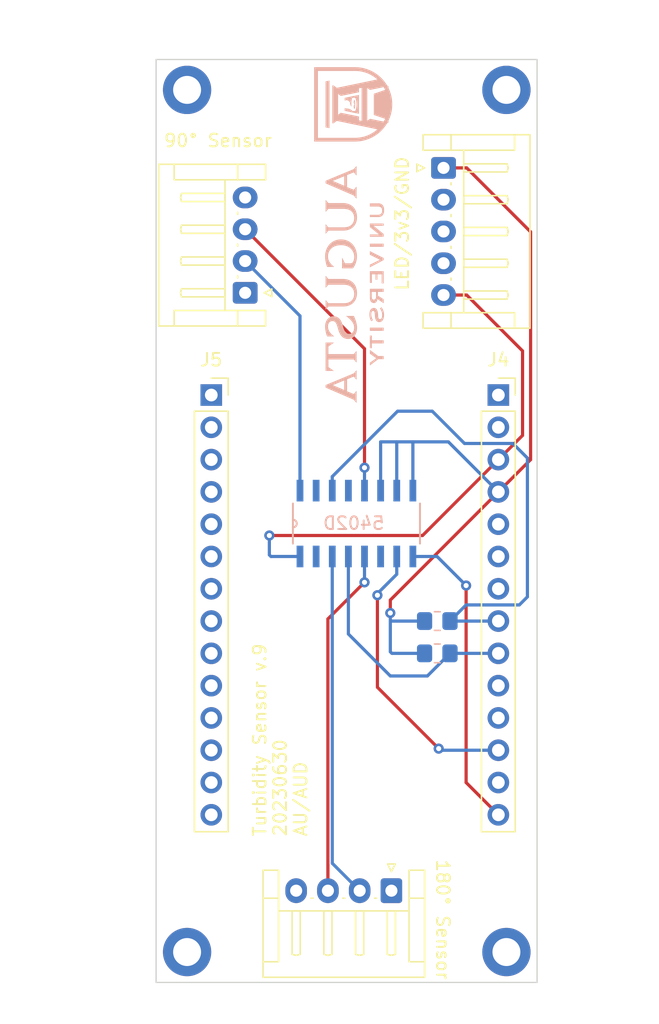
<source format=kicad_pcb>
(kicad_pcb (version 20221018) (generator pcbnew)
  (title_block (title "Turbidity Sensor PCB") (date "2023-06-30") (rev "9") (company "AU/AUD"))
  (layers (0 "F.Cu" signal) (31 "B.Cu" signal) (34 "B.Paste" user) (35 "F.Paste" user) (36 "B.SilkS" user "B.Silkscreen") (37 "F.SilkS" user "F.Silkscreen") (38 "B.Mask" user) (39 "F.Mask" user) (44 "Edge.Cuts" user))
  (net 0 "")
  (net 1 "/GND")
  (net 5 "/3.3V")
  (net 7 "Net-(J2-Pin_2)")
  (net 8 "Net-(J2-Pin_3)")
  (net 11 "Net-(J3-Pin_2)")
  (net 12 "Net-(J3-Pin_3)")
  (net 19 "/SCL")
  (net 20 "/SDA")
  (net 23 "/D8")
  (net 25 "/D6")
  (footprint "MountingHole:MountingHole_2.2mm_M2_DIN965_Pad" (layer "F.Cu") (at 135.001 127.889)
    (fp_text reference "REF**" hide)
    (fp_text value "MountingHole_2.2mm_M2_DIN965_Pad" hide)
  )
  (footprint "Connector_PinSocket_2.54mm:PinSocket_1x14_P2.54mm_Vertical" (layer "F.Cu") (at 159.512 84.074)
    (fp_text reference "J4")
    (fp_text value "Conn_01x14_Pin" hide)
  )
  (footprint "MountingHole:MountingHole_2.2mm_M2_DIN965_Pad" (layer "F.Cu") (at 160.147 60.071)
    (fp_text reference "REF**" hide)
    (fp_text value "MountingHole_2.2mm_M2_DIN965_Pad" hide)
  )
  (footprint "Connector_JST:JST_EH_S4B-EH_1x04_P2.50mm_Horizontal" (layer "F.Cu") (at 139.573 76.033 90)
    (fp_text reference "J3" hide)
    (fp_text value "JST 90" hide)
  )
  (footprint "Connector_JST:JST_EH_S5B-EH_1x05_P2.50mm_Horizontal" (layer "F.Cu") (at 155.194 66.207 -90)
    (fp_text reference "J1" hide)
    (fp_text value "JST LED" hide)
  )
  (footprint "MountingHole:MountingHole_2.2mm_M2_DIN965_Pad" (layer "F.Cu") (at 135.001 60.071)
    (fp_text reference "REF**" hide)
    (fp_text value "MountingHole_2.2mm_M2_DIN965_Pad" hide)
  )
  (footprint "Connector_JST:JST_EH_S4B-EH_1x04_P2.50mm_Horizontal" (layer "F.Cu") (at 151.09 123.063 180)
    (fp_text reference "J2" hide)
    (fp_text value "JST 180" hide)
  )
  (footprint "Connector_PinSocket_2.54mm:PinSocket_1x14_P2.54mm_Vertical" (layer "F.Cu") (at 136.906 84.074)
    (fp_text reference "J5")
    (fp_text value "Conn_01x14_Pin" hide)
  )
  (footprint "MountingHole:MountingHole_2.2mm_M2_DIN965_Pad" (layer "F.Cu") (at 160.147 127.889)
    (fp_text reference "REF**" hide)
    (fp_text value "MountingHole_2.2mm_M2_DIN965_Pad" hide)
  )
  (footprint "Resistor_SMD:R_0805_2012Metric_Pad1.20x1.40mm_HandSolder" (layer "B.Cu") (at 154.702 104.394 180)
    (fp_text reference "R1" hide)
    (fp_text value "5.1 kΩ" hide)
  )
  (footprint "Project:74HC4052D" (layer "B.Cu") (at 148.336 94.1832 -90)
    (fp_text reference "U1" hide)
    (fp_text value "74HC4052D" hide)
  )
  (footprint "Resistor_SMD:R_0805_2012Metric_Pad1.20x1.40mm_HandSolder" (layer "B.Cu") (at 154.702 101.854 180)
    (fp_text reference "R2" hide)
    (fp_text value "5.1 kΩ" hide)
  )
  (gr_poly (pts (xy 146.212719 63.082488) (xy 146.212719 59.335988) (xy 145.905537 59.399488) (xy 145.905537 63.018988)) (fill solid) (layer "B.SilkS"))
  (gr_poly (pts (xy 148.123275 68.380769) (xy 148.336 68.625244) (xy 148.346319 68.625244) (xy 148.346319 67.683856) (xy 148.336 67.683856) (xy 148.123275 67.927537) (xy 147.597018 67.711637) (xy 147.597018 66.775013) (xy 148.123275 66.559112) (xy 148.336 66.802) (xy 148.346319 66.802) (xy 148.346319 66.060637) (xy 148.336 66.060637) (xy 148.123275 66.298763) (xy 147.373975 66.609696) (xy 147.373975 66.863913) (xy 147.373975 67.610038) (xy 146.484975 67.229832) (xy 147.373975 66.863913) (xy 147.373975 66.609696) (xy 145.906331 67.218718) (xy 145.906331 67.424299)) (fill solid) (layer "B.SilkS"))
  (gr_poly (pts (xy 148.123275 84.446268) (xy 148.336 84.689949) (xy 148.346319 84.689949) (xy 148.346319 83.748561) (xy 148.336 83.748561) (xy 148.123275 83.992244) (xy 147.597018 83.776342) (xy 147.597018 82.838925) (xy 148.123275 82.623025) (xy 148.336 82.866706) (xy 148.346319 82.866706) (xy 148.346319 82.127725) (xy 148.336 82.127725) (xy 148.123275 82.365851) (xy 147.373975 82.676516) (xy 147.373975 82.929413) (xy 147.373975 83.675538) (xy 146.484975 83.295331) (xy 147.373975 82.929413) (xy 147.373975 82.676516) (xy 145.906331 83.285011) (xy 145.906331 83.490592)) (fill solid) (layer "B.SilkS"))
  (gr_poly (pts (xy 150.479125 79.023371) (xy 150.479125 78.771752) (xy 149.393275 78.771752) (xy 149.393275 79.023371)) (fill solid) (layer "B.SilkS"))
  (gr_poly (pts (xy 149.54885 80.390205) (xy 149.54885 80.014761) (xy 150.479125 80.014761) (xy 150.479125 79.765524) (xy 149.54885 79.765524) (xy 149.54885 79.395638) (xy 149.3901 79.395638) (xy 149.3901 80.390205)) (fill solid) (layer "B.SilkS"))
  (gr_poly (pts (xy 148.119181 61.339774) (xy 148.120894 61.366091) (xy 148.122867 61.391276) (xy 148.12511 61.415228) (xy 148.127633 61.437845) (xy 148.130443 61.459025) (xy 148.133552 61.478669) (xy 148.136967 61.496674) (xy 148.140699 61.51294) (xy 148.144756 61.527365) (xy 148.146909 61.533856) (xy 148.149148 61.539849) (xy 148.151472 61.545331) (xy 148.153884 61.550289) (xy 148.156384 61.554712) (xy 148.158974 61.558586) (xy 148.161654 61.561899) (xy 148.164426 61.564637) (xy 148.167291 61.56679) (xy 148.17025 61.568342) (xy 148.173305 61.569283) (xy 148.176456 61.5696) (xy 148.179637 61.569138) (xy 148.182776 61.567768) (xy 148.188916 61.562383) (xy 148.194844 61.553615) (xy 148.200529 61.541633) (xy 148.20594 61.526603) (xy 148.211045 61.508697) (xy 148.215812 61.488081) (xy 148.220212 61.464924) (xy 148.224211 61.439396) (xy 148.227779 61.411664) (xy 148.233494 61.350264) (xy 148.237108 61.282075) (xy 148.238369 61.208444) (xy 148.237978 61.171032) (xy 148.236848 61.134813) (xy 148.235036 61.099953) (xy 148.232601 61.066623) (xy 148.229605 61.03499) (xy 148.226104 61.005224) (xy 148.22216 60.977492) (xy 148.21783 60.951963) (xy 148.213175 60.928807) (xy 148.208254 60.908191) (xy 148.203126 60.890284) (xy 148.19785 60.875255) (xy 148.195176 60.868872) (xy 148.192486 60.863272) (xy 148.189789 60.858476) (xy 148.187093 60.854504) (xy 148.184404 60.851378) (xy 148.18173 60.84912) (xy 148.179078 60.847749) (xy 148.176456 60.847287) (xy 148.173866 60.847604) (xy 148.171306 60.848545) (xy 148.166282 60.85225) (xy 148.1614 60.858301) (xy 148.156674 60.866598) (xy 148.152121 60.877039) (xy 148.147756 60.889522) (xy 148.143592 60.903947) (xy 148.139646 60.920213) (xy 148.135932 60.938219) (xy 148.132466 60.957862) (xy 148.126338 61.00166) (xy 148.121382 61.050796) (xy 148.117719 61.104463) (xy 148.124897 61.108427) (xy 148.131724 61.112841) (xy 148.138183 61.117681) (xy 148.144261 61.122923) (xy 148.149942 61.128543) (xy 148.155212 61.134517) (xy 148.160055 61.140821) (xy 148.164457 61.147431) (xy 148.168403 61.154323) (xy 148.171879 61.161472) (xy 148.174868 61.168856) (xy 148.177358 61.17645) (xy 148.179331 61.184229) (xy 148.180775 61.192171) (xy 148.181674 61.200251) (xy 148.182012 61.208444) (xy 148.181914 61.212553) (xy 148.181674 61.216637) (xy 148.181293 61.220693) (xy 148.180775 61.224717) (xy 148.18012 61.228706) (xy 148.179331 61.232658) (xy 148.17841 61.23657) (xy 148.177358 61.240438) (xy 148.176176 61.244259) (xy 148.174868 61.248032) (xy 148.173435 61.251751) (xy 148.171879 61.255415) (xy 148.170201 61.259021) (xy 148.168403 61.262565) (xy 148.166488 61.266045) (xy 148.164457 61.269457) (xy 148.162312 61.272798) (xy 148.160055 61.276066) (xy 148.157688 61.279258) (xy 148.155212 61.28237) (xy 148.152629 61.2854) (xy 148.149942 61.288344) (xy 148.147152 61.2912) (xy 148.144261 61.293964) (xy 148.141271 61.296634) (xy 148.138183 61.299206) (xy 148.135 61.301678) (xy 148.131724 61.304046) (xy 148.128355 61.306308) (xy 148.124897 61.308461) (xy 148.121351 61.3105) (xy 148.117719 61.312425)) (fill solid) (layer "B.SilkS"))
  (gr_poly (pts (xy 149.356706 77.792646) (xy 149.358726 77.828782) (xy 149.362097 77.864753) (xy 149.366811 77.900522) (xy 149.372857 77.936053) (xy 149.380225 77.971308) (xy 149.388905 78.006251) (xy 149.398888 78.040844) (xy 149.410163 78.07505) (xy 149.422721 78.108833) (xy 149.436551 78.142156) (xy 149.451644 78.174981) (xy 149.46799 78.207271) (xy 149.485578 78.23899) (xy 149.504399 78.2701) (xy 149.634575 78.178817) (xy 149.619617 78.152471) (xy 149.605559 78.125698) (xy 149.592406 78.098524) (xy 149.580165 78.07097) (xy 149.568843 78.043061) (xy 149.558446 78.014819) (xy 149.54898 77.986267) (xy 149.540453 77.95743) (xy 149.53287 77.928331) (xy 149.526238 77.898992) (xy 149.520564 77.869437) (xy 149.515853 77.839689) (xy 149.512113 77.809772) (xy 149.50935 77.779708) (xy 149.507571 77.749522) (xy 149.506781 77.719236) (xy 149.507017 77.697197) (xy 149.507812 77.674709) (xy 149.509298 77.65203) (xy 149.511606 77.629419) (xy 149.514867 77.607133) (xy 149.519213 77.585431) (xy 149.524775 77.56457) (xy 149.531685 77.54481) (xy 149.540074 77.526408) (xy 149.544864 77.517796) (xy 149.550073 77.509621) (xy 149.555717 77.501915) (xy 149.561814 77.49471) (xy 149.568379 77.488037) (xy 149.575428 77.48193) (xy 149.582978 77.476421) (xy 149.591047 77.471541) (xy 149.599649 77.467324) (xy 149.608801 77.463801) (xy 149.61852 77.461005) (xy 149.628823 77.458968) (xy 149.639725 77.457722) (xy 149.651243 77.457299) (xy 149.662708 77.45791) (xy 149.673453 77.459711) (xy 149.683505 77.462654) (xy 149.692891 77.466693) (xy 149.701634 77.471779) (xy 149.709761 77.477867) (xy 149.717297 77.484909) (xy 149.724269 77.492857) (xy 149.7307 77.501664) (xy 149.736618 77.511284) (xy 149.742048 77.521668) (xy 149.747014 77.532769) (xy 149.751544 77.544541) (xy 149.755662 77.556936) (xy 149.759394 77.569907) (xy 149.762765 77.583407) (xy 149.768529 77.611803) (xy 149.773159 77.641746) (xy 149.776858 77.672859) (xy 149.779831 77.704764) (xy 149.788562 77.832743) (xy 149.791888 77.87442) (xy 149.796379 77.917242) (xy 149.802288 77.96068) (xy 149.809869 78.004205) (xy 149.819376 78.047288) (xy 149.831062 78.089401) (xy 149.84518 78.130014) (xy 149.861984 78.168598) (xy 149.881727 78.204623) (xy 149.89278 78.221512) (xy 149.904663 78.237562) (xy 149.917408 78.252709) (xy 149.931046 78.266885) (xy 149.945609 78.280025) (xy 149.961128 78.292063) (xy 149.977636 78.302932) (xy 149.995164 78.312566) (xy 150.013743 78.3209) (xy 150.033406 78.327867) (xy 150.054184 78.3334) (xy 150.076108 78.337435) (xy 150.099211 78.339904) (xy 150.123525 78.340742) (xy 150.15061 78.339844) (xy 150.176517 78.337195) (xy 150.201265 78.332863) (xy 150.224876 78.326915) (xy 150.247372 78.319419) (xy 150.268771 78.310442) (xy 150.289097 78.300052) (xy 150.308369 78.288317) (xy 150.326609 78.275304) (xy 150.343837 78.261081) (xy 150.360074 78.245715) (xy 150.375342 78.229274) (xy 150.389661 78.211826) (xy 150.403052 78.193437) (xy 150.415536 78.174177) (xy 150.427134 78.154111) (xy 150.437867 78.133309) (xy 150.447756 78.111837) (xy 150.456822 78.089763) (xy 150.465085 78.067154) (xy 150.472567 78.044079) (xy 150.479289 78.020604) (xy 150.490535 77.972727) (xy 150.49899 77.924065) (xy 150.504822 77.875157) (xy 150.508199 77.826545) (xy 150.509287 77.778768) (xy 150.509207 77.737246) (xy 150.507385 77.695893) (xy 150.50384 77.654762) (xy 150.498586 77.613904) (xy 150.491642 77.57337) (xy 150.483024 77.533212) (xy 150.472749 77.493481) (xy 150.460834 77.454228) (xy 150.447294 77.415506) (xy 150.432148 77.377365) (xy 150.415412 77.339857) (xy 150.397103 77.303034) (xy 150.377237 77.266946) (xy 150.355831 77.231645) (xy 150.332903 77.197183) (xy 150.308469 77.163611) (xy 150.180675 77.26918) (xy 150.201832 77.296214) (xy 150.221736 77.324043) (xy 150.240373 77.352624) (xy 150.257725 77.381912) (xy 150.273778 77.411863) (xy 150.288515 77.442433) (xy 150.301921 77.473578) (xy 150.31398 77.505252) (xy 150.324676 77.537412) (xy 150.333994 77.570014) (xy 150.341916 77.603013) (xy 150.348429 77.636365) (xy 150.353516 77.670026) (xy 150.357161 77.703951) (xy 150.359348 77.738096) (xy 150.360063 77.772417) (xy 150.359619 77.806698) (xy 150.358227 77.839796) (xy 150.355793 77.871568) (xy 150.352224 77.901872) (xy 150.347428 77.930568) (xy 150.34131 77.957512) (xy 150.333779 77.982564) (xy 150.32474 78.005581) (xy 150.314102 78.026421) (xy 150.308154 78.03598) (xy 150.301771 78.044942) (xy 150.294942 78.053289) (xy 150.287654 78.061004) (xy 150.279897 78.068067) (xy 150.271658 78.074463) (xy 150.262927 78.080172) (xy 150.253691 78.085178) (xy 150.243938 78.089462) (xy 150.233658 78.093007) (xy 150.222838 78.095795) (xy 150.211467 78.097809) (xy 150.199533 78.09903) (xy 150.187025 78.099441) (xy 150.174619 78.09894) (xy 150.162982 78.097458) (xy 150.152089 78.09503) (xy 150.141913 78.091688) (xy 150.132428 78.087467) (xy 150.123608 78.0824) (xy 150.115428 78.07652) (xy 150.107861 78.069861) (xy 150.100881 78.062458) (xy 150.094462 78.054342) (xy 150.088578 78.045548) (xy 150.083203 78.03611) (xy 150.078312 78.026061) (xy 150.073877 78.015434) (xy 150.069874 78.004263) (xy 150.066276 77.992583) (xy 150.063056 77.980425) (xy 150.06019 77.967824) (xy 150.057651 77.954814) (xy 150.055413 77.941428) (xy 150.051735 77.913661) (xy 150.04895 77.884794) (xy 150.046847 77.855094) (xy 150.045221 77.82483) (xy 150.042562 77.763685) (xy 150.039971 77.720543) (xy 150.035933 77.67576) (xy 150.030249 77.629947) (xy 150.022718 77.583715) (xy 150.013142 77.537673) (xy 150.001318 77.492432) (xy 149.987049 77.448603) (xy 149.970133 77.406796) (xy 149.95037 77.367621) (xy 149.939359 77.349211) (xy 149.927561 77.331689) (xy 149.914952 77.31513) (xy 149.901506 77.29961) (xy 149.887199 77.285206) (xy 149.872005 77.271995) (xy 149.8559 77.260052) (xy 149.838858 77.249454) (xy 149.820854 77.240277) (xy 149.801864 77.232597) (xy 149.781862 77.226492) (xy 149.760824 77.222036) (xy 149.738724 77.219307) (xy 149.715537 77.21838) (xy 149.690624 77.219152) (xy 149.666772 77.221432) (xy 149.643964 77.225166) (xy 149.622182 77.230298) (xy 149.601407 77.236775) (xy 149.581623 77.244541) (xy 149.562812 77.253542) (xy 149.544955 77.263723) (xy 149.528036 77.275029) (xy 149.512036 77.287407) (xy 149.496938 77.3008) (xy 149.482724 77.315156) (xy 149.469376 77.330418) (xy 149.456876 77.346532) (xy 149.445207 77.363444) (xy 149.434351 77.381099) (xy 149.424291 77.399442) (xy 149.415008 77.418419) (xy 149.406485 77.437975) (xy 149.398704 77.458056) (xy 149.391647 77.478606) (xy 149.385297 77.499571) (xy 149.379636 77.520897) (xy 149.374647 77.542528) (xy 149.366609 77.58649) (xy 149.361044 77.631019) (xy 149.357809 77.675678) (xy 149.356762 77.72003) (xy 149.356048 77.756384)) (fill solid) (layer "B.SilkS"))
  (gr_poly (pts (xy 150.038593 69.24675) (xy 150.072036 69.247856) (xy 150.1044 69.251201) (xy 150.135536 69.256833) (xy 150.150597 69.26052) (xy 150.165296 69.264796) (xy 150.179613 69.269666) (xy 150.19353 69.275135) (xy 150.207028 69.28121) (xy 150.220089 69.287897) (xy 150.232695 69.2952) (xy 150.244826 69.303125) (xy 150.256464 69.311679) (xy 150.26759 69.320867) (xy 150.278187 69.330694) (xy 150.288234 69.341166) (xy 150.297714 69.352289) (xy 150.306608 69.364068) (xy 150.314898 69.37651) (xy 150.322564 69.38962) (xy 150.329588 69.403403) (xy 150.335952 69.417865) (xy 150.341637 69.433012) (xy 150.346624 69.44885) (xy 150.350896 69.465383) (xy 150.354432 69.482619) (xy 150.357215 69.500562) (xy 150.359225 69.519219) (xy 150.360445 69.538594) (xy 150.360856 69.558693) (xy 150.360452 69.581164) (xy 150.35925 69.602743) (xy 150.357267 69.623444) (xy 150.35452 69.643277) (xy 150.351025 69.662255) (xy 150.346797 69.680388) (xy 150.341854 69.697689) (xy 150.336213 69.714169) (xy 150.329889 69.72984) (xy 150.322898 69.744713) (xy 150.315258 69.7588) (xy 150.306985 69.772113) (xy 150.298095 69.784662) (xy 150.288605 69.796461) (xy 150.27853 69.807521) (xy 150.267888 69.817852) (xy 150.256695 69.827468) (xy 150.244967 69.836378) (xy 150.232721 69.844596) (xy 150.219973 69.852132) (xy 150.20674 69.858999) (xy 150.193038 69.865207) (xy 150.178883 69.870769) (xy 150.164292 69.875697) (xy 150.149281 69.880001) (xy 150.133867 69.883693) (xy 150.101894 69.88929) (xy 150.068505 69.892579) (xy 150.033831 69.893655) (xy 149.393275 69.893655) (xy 149.393275 70.074631) (xy 150.055262 70.074631) (xy 150.07805 70.075619) (xy 150.100733 70.075344) (xy 150.123263 70.073826) (xy 150.145593 70.071083) (xy 150.167676 70.067132) (xy 150.189464 70.061992) (xy 150.21091 70.055681) (xy 150.231967 70.048218) (xy 150.252586 70.039621) (xy 150.272721 70.029907) (xy 150.292324 70.019097) (xy 150.311347 70.007206) (xy 150.329744 69.994255) (xy 150.347466 69.980261) (xy 150.364467 69.965243) (xy 150.380699 69.949219) (xy 150.398219 69.927389) (xy 150.41459 69.904829) (xy 150.429799 69.881586) (xy 150.443828 69.857705) (xy 150.456665 69.833232) (xy 150.468294 69.808213) (xy 150.478699 69.782693) (xy 150.487867 69.756718) (xy 150.495781 69.730335) (xy 150.502428 69.703589) (xy 150.507792 69.676526) (xy 150.511857 69.649192) (xy 150.514611 69.621631) (xy 150.516036 69.593892) (xy 150.516119 69.566018) (xy 150.514844 69.538056) (xy 150.516298 69.509973) (xy 150.516455 69.481958) (xy 150.515326 69.454055) (xy 150.512924 69.426304) (xy 150.509262 69.398749) (xy 150.504353 69.371431) (xy 150.498209 69.344392) (xy 150.490843 69.317674) (xy 150.482267 69.291319) (xy 150.472495 69.26537) (xy 150.461538 69.239869) (xy 150.449409 69.214857) (xy 150.436121 69.190376) (xy 150.421687 69.166469) (xy 150.40612 69.143178) (xy 150.389431 69.120544) (xy 150.373094 69.103743) (xy 150.355892 69.088052) (xy 150.337882 69.073492) (xy 150.319119 69.060083) (xy 150.299662 69.047848) (xy 150.279567 69.036806) (xy 150.258891 69.02698) (xy 150.237691 69.01839) (xy 150.216024 69.011058) (xy 150.193946 69.005004) (xy 150.171516 69.00025) (xy 150.148789 68.996817) (xy 150.125823 68.994727) (xy 150.102674 68.993999) (xy 150.079399 68.994656) (xy 150.056056 68.996719) (xy 149.393275 68.996719) (xy 149.393275 69.24675)) (fill solid) (layer "B.SilkS"))
  (gr_poly (pts (xy 150.479125 72.416987) (xy 150.479125 72.165369) (xy 149.393275 72.165369) (xy 149.393275 72.416987)) (fill solid) (layer "B.SilkS"))
  (gr_poly (pts (xy 145.87023 73.218805) (xy 145.872594 73.272035) (xy 145.876114 73.325163) (xy 145.880784 73.378172) (xy 145.886603 73.431041) (xy 145.893567 73.483753) (xy 145.901672 73.536289) (xy 145.910914 73.58863) (xy 145.921291 73.640759) (xy 145.932798 73.692656) (xy 145.945433 73.744302) (xy 145.959192 73.795681) (xy 145.97407 73.846772) (xy 145.990066 73.897557) (xy 146.007175 73.948018) (xy 146.025394 73.998136) (xy 146.025394 73.998137) (xy 146.581019 73.998137) (xy 146.581019 73.987818) (xy 146.509524 73.931369) (xy 146.445128 73.875708) (xy 146.387487 73.820803) (xy 146.336258 73.766622) (xy 146.291099 73.713134) (xy 146.251667 73.660307) (xy 146.217617 73.608111) (xy 146.188608 73.556514) (xy 146.164297 73.505484) (xy 146.14434 73.45499) (xy 146.128394 73.405) (xy 146.116117 73.355484) (xy 146.107165 73.30641) (xy 146.101195 73.257746) (xy 146.097865 73.209461) (xy 146.096831 73.161524) (xy 146.098049 73.112997) (xy 146.101671 73.065517) (xy 146.107651 73.019115) (xy 146.115942 72.973825) (xy 146.126497 72.929678) (xy 146.13927 72.886707) (xy 146.154214 72.844945) (xy 146.171282 72.804423) (xy 146.190429 72.765175) (xy 146.211606 72.727232) (xy 146.234768 72.690627) (xy 146.259868 72.655392) (xy 146.286859 72.62156) (xy 146.315694 72.589164) (xy 146.346327 72.558235) (xy 146.378712 72.528806) (xy 146.412801 72.50091) (xy 146.448547 72.474578) (xy 146.485906 72.449844) (xy 146.524828 72.426739) (xy 146.565269 72.405297) (xy 146.607181 72.385549) (xy 146.650517 72.367528) (xy 146.695232 72.351266) (xy 146.741278 72.336797) (xy 146.788608 72.324151) (xy 146.837177 72.313362) (xy 146.886936 72.304462) (xy 146.937841 72.297483) (xy 146.989843 72.292458) (xy 147.042897 72.289419) (xy 147.096956 72.288399) (xy 147.1422 72.288399) (xy 147.198194 72.289553) (xy 147.25304 72.292982) (xy 147.306697 72.298635) (xy 147.359123 72.306461) (xy 147.410277 72.31641) (xy 147.460118 72.328431) (xy 147.508604 72.342473) (xy 147.555694 72.358485) (xy 147.601347 72.376416) (xy 147.645522 72.396217) (xy 147.688177 72.417836) (xy 147.729271 72.441222) (xy 147.768763 72.466325) (xy 147.806611 72.493094) (xy 147.842775 72.521479) (xy 147.877212 72.551428) (xy 147.909883 72.582891) (xy 147.940744 72.615817) (xy 147.969756 72.650155) (xy 147.996876 72.685855) (xy 148.022064 72.722866) (xy 148.045279 72.761138) (xy 148.066478 72.800619) (xy 148.085621 72.841258) (xy 148.102667 72.883006) (xy 148.117574 72.925811) (xy 148.1303 72.969623) (xy 148.140806 73.01439) (xy 148.149048 73.060063) (xy 148.154987 73.10659) (xy 148.15858 73.153921) (xy 148.159787 73.202005) (xy 148.159924 73.224705) (xy 148.159449 73.247371) (xy 148.158365 73.269991) (xy 148.156674 73.292554) (xy 148.154379 73.315048) (xy 148.151483 73.337459) (xy 148.147986 73.359777) (xy 148.143893 73.381989) (xy 148.139205 73.404083) (xy 148.133925 73.426047) (xy 148.128054 73.447869) (xy 148.121596 73.469538) (xy 148.114553 73.49104) (xy 148.106928 73.512364) (xy 148.098721 73.533498) (xy 148.089937 73.55443) (xy 148.080496 73.575703) (xy 148.075595 73.585673) (xy 148.070555 73.595208) (xy 148.065363 73.604314) (xy 148.060005 73.612998) (xy 148.054468 73.621268) (xy 148.048737 73.62913) (xy 148.042799 73.63659) (xy 148.03664 73.643656) (xy 148.030247 73.650335) (xy 148.023606 73.656633) (xy 148.016704 73.662558) (xy 148.009526 73.668115) (xy 148.00206 73.673312) (xy 147.99429 73.678156) (xy 147.986205 73.682654) (xy 147.977789 73.686811) (xy 147.96903 73.690636) (xy 147.959914 73.694135) (xy 147.950427 73.697315) (xy 147.940555 73.700182) (xy 147.930285 73.702744) (xy 147.919603 73.705007) (xy 147.908496 73.706979) (xy 147.896949 73.708665) (xy 147.88495 73.710073) (xy 147.872484 73.71121) (xy 147.846097 73.712697) (xy 147.817681 73.71318) (xy 147.433506 73.71318) (xy 147.213637 73.270268) (xy 147.203319 73.270268) (xy 147.203319 74.110055) (xy 148.060569 74.110055) (xy 148.097193 74.058684) (xy 148.131688 74.006062) (xy 148.164029 73.952257) (xy 148.194193 73.897337) (xy 148.222158 73.841369) (xy 148.247901 73.784419) (xy 148.271399 73.726557) (xy 148.292629 73.667848) (xy 148.311568 73.608361) (xy 148.328193 73.548163) (xy 148.342481 73.48732) (xy 148.354409 73.425902) (xy 148.363955 73.363974) (xy 148.371096 73.301605) (xy 148.375808 73.238862) (xy 148.378069 73.175813) (xy 148.376715 73.108481) (xy 148.372671 73.041836) (xy 148.365964 72.975972) (xy 148.356619 72.910983) (xy 148.344662 72.846967) (xy 148.33012 72.784017) (xy 148.313019 72.722229) (xy 148.293385 72.661697) (xy 148.271245 72.602519) (xy 148.246623 72.544787) (xy 148.219547 72.488598) (xy 148.190043 72.434048) (xy 148.158136 72.38123) (xy 148.123854 72.33024) (xy 148.087221 72.281174) (xy 148.048265 72.234126) (xy 148.007012 72.189192) (xy 147.963487 72.146468) (xy 147.917717 72.106047) (xy 147.869727 72.068026) (xy 147.819545 72.0325) (xy 147.767196 71.999563) (xy 147.712707 71.969311) (xy 147.656103 71.94184) (xy 147.597411 71.917244) (xy 147.536657 71.895618) (xy 147.473867 71.877059) (xy 147.409067 71.86166) (xy 147.342284 71.849518) (xy 147.273543 71.840727) (xy 147.202871 71.835382) (xy 147.130293 71.83358) (xy 147.099337 71.83358) (xy 147.029534 71.835402) (xy 146.961385 71.840803) (xy 146.894929 71.84968) (xy 146.830202 71.861933) (xy 146.76724 71.877461) (xy 146.70608 71.896163) (xy 146.64676 71.917937) (xy 146.589316 71.942683) (xy 146.533784 71.9703) (xy 146.480202 72.000687) (xy 146.428606 72.033742) (xy 146.379032 72.069365) (xy 146.331519 72.107455) (xy 146.286102 72.147911) (xy 146.242819 72.190631) (xy 146.201705 72.235515) (xy 146.162799 72.282461) (xy 146.126136 72.33137) (xy 146.091753 72.382138) (xy 146.059688 72.434667) (xy 146.029976 72.488854) (xy 146.002655 72.544599) (xy 145.977762 72.6018) (xy 145.955333 72.660357) (xy 145.935405 72.720168) (xy 145.918014 72.781133) (xy 145.903198 72.843151) (xy 145.890994 72.90612) (xy 145.881438 72.969939) (xy 145.874566 73.034509) (xy 145.870416 73.099726) (xy 145.869025 73.165491)) (fill solid) (layer "B.SilkS"))
  (gr_poly (pts (xy 150.10765 71.441467) (xy 149.393275 71.441467) (xy 149.393275 71.622443) (xy 150.479125 71.622443) (xy 150.479125 71.407338) (xy 149.685375 70.762018) (xy 150.479125 70.762018) (xy 150.479125 70.581043) (xy 149.393275 70.581043) (xy 149.393275 70.861237)) (fill solid) (layer "B.SilkS"))
  (gr_poly (pts (xy 145.870051 78.741956) (xy 145.872954 78.791443) (xy 145.876937 78.84082) (xy 145.881997 78.890068) (xy 145.88813 78.93917) (xy 145.895332 78.988109) (xy 145.903601 79.036868) (xy 145.912931 79.085428) (xy 145.92332 79.133774) (xy 145.934765 79.181886) (xy 145.947261 79.229748) (xy 145.960805 79.277342) (xy 145.975394 79.324651) (xy 145.991024 79.371658) (xy 146.007692 79.418344) (xy 146.025394 79.464694) (xy 146.581019 79.464694) (xy 146.581019 79.454373) (xy 146.525613 79.414422) (xy 146.473159 79.373184) (xy 146.423741 79.330714) (xy 146.377447 79.287065) (xy 146.334361 79.242291) (xy 146.294571 79.196445) (xy 146.258162 79.14958) (xy 146.22522 79.10175) (xy 146.195832 79.053008) (xy 146.170082 79.003409) (xy 146.148059 78.953004) (xy 146.138471 78.927517) (xy 146.129846 78.901849) (xy 146.122196 78.876007) (xy 146.115531 78.849996) (xy 146.109862 78.823825) (xy 146.1052 78.797499) (xy 146.101555 78.771026) (xy 146.098938 78.744412) (xy 146.09736 78.717663) (xy 146.096831 78.690787) (xy 146.097396 78.660704) (xy 146.09906 78.631906) (xy 146.101778 78.604371) (xy 146.105507 78.578079) (xy 146.1102 78.553006) (xy 146.115814 78.529133) (xy 146.122303 78.506436) (xy 146.129623 78.484895) (xy 146.137729 78.464487) (xy 146.146576 78.445192) (xy 146.15612 78.426986) (xy 146.166315 78.40985) (xy 146.177118 78.39376) (xy 146.188482 78.378696) (xy 146.200364 78.364636) (xy 146.212719 78.351557) (xy 146.225501 78.33944) (xy 146.238667 78.32826) (xy 146.252171 78.317998) (xy 146.265968 78.308632) (xy 146.294265 78.292498) (xy 146.323199 78.279686) (xy 146.352412 78.270023) (xy 146.381546 78.263336) (xy 146.410242 78.25945) (xy 146.438144 78.258193) (xy 146.455606 78.258193) (xy 146.477489 78.258834) (xy 146.498507 78.260745) (xy 146.518691 78.263905) (xy 146.538068 78.268297) (xy 146.556668 78.2739) (xy 146.574519 78.280697) (xy 146.591651 78.288668) (xy 146.608093 78.297794) (xy 146.623873 78.308056) (xy 146.63902 78.319435) (xy 146.653564 78.331911) (xy 146.667533 78.345467) (xy 146.680956 78.360082) (xy 146.693862 78.375739) (xy 146.706279 78.392417) (xy 146.718238 78.410097) (xy 146.729767 78.428761) (xy 146.740894 78.44839) (xy 146.751649 78.468965) (xy 146.76206 78.490466) (xy 146.781969 78.536171) (xy 146.80085 78.585354) (xy 146.818936 78.637863) (xy 146.836459 78.693545) (xy 146.853649 78.752247) (xy 146.870737 78.813818) (xy 146.8985 78.912976) (xy 146.928346 79.006486) (xy 146.960481 79.094246) (xy 146.995108 79.176152) (xy 147.032433 79.252099) (xy 147.07266 79.321986) (xy 147.115994 79.385707) (xy 147.162639 79.443161) (xy 147.187267 79.469505) (xy 147.2128 79.494243) (xy 147.239263 79.517362) (xy 147.266682 79.538849) (xy 147.295082 79.558692) (xy 147.32449 79.576877) (xy 147.354929 79.593392) (xy 147.386427 79.608223) (xy 147.419008 79.621358) (xy 147.452699 79.632784) (xy 147.487524 79.642487) (xy 147.52351 79.650455) (xy 147.560682 79.656674) (xy 147.599065 79.661133) (xy 147.638686 79.663818) (xy 147.679569 79.664716) (xy 147.701 79.664716) (xy 147.734875 79.663787) (xy 147.768453 79.661008) (xy 147.801683 79.656388) (xy 147.834513 79.649937) (xy 147.866892 79.641664) (xy 147.89877 79.63158) (xy 147.930095 79.619694) (xy 147.960817 79.606016) (xy 147.990884 79.590555) (xy 148.020245 79.573322) (xy 148.04885 79.554325) (xy 148.076647 79.533576) (xy 148.103585 79.511082) (xy 148.129614 79.486856) (xy 148.154682 79.460905) (xy 148.178738 79.43324) (xy 148.201732 79.40387) (xy 148.223612 79.372805) (xy 148.244327 79.340056) (xy 148.263826 79.305631) (xy 148.282058 79.26954) (xy 148.298973 79.231794) (xy 148.314519 79.192401) (xy 148.328645 79.151372) (xy 148.341301 79.108717) (xy 148.352434 79.064445) (xy 148.361994 79.018565) (xy 148.369931 78.971088) (xy 148.376193 78.922023) (xy 148.380729 78.87138) (xy 148.383488 78.81917) (xy 148.384419 78.7654) (xy 148.382937 78.710352) (xy 148.378628 78.653999) (xy 148.371699 78.596563) (xy 148.362355 78.538264) (xy 148.350801 78.479323) (xy 148.337245 78.419961) (xy 148.32189 78.360399) (xy 148.304944 78.300858) (xy 148.2671 78.182723) (xy 148.225359 78.067322) (xy 148.181366 77.956423) (xy 148.136769 77.851793) (xy 147.520819 77.851793) (xy 147.520819 77.862113) (xy 147.591652 77.915066) (xy 147.659088 77.968023) (xy 147.722963 78.021082) (xy 147.783116 78.074341) (xy 147.839385 78.127899) (xy 147.89161 78.181851) (xy 147.939628 78.236297) (xy 147.983277 78.291333) (xy 148.022397 78.347058) (xy 148.056825 78.403569) (xy 148.086399 78.460963) (xy 148.099316 78.490022) (xy 148.110959 78.519339) (xy 148.121308 78.548925) (xy 148.130343 78.578793) (xy 148.138043 78.608956) (xy 148.144388 78.639425) (xy 148.149359 78.670212) (xy 148.152934 78.701331) (xy 148.155094 78.732792) (xy 148.155819 78.764608) (xy 148.155323 78.794871) (xy 148.153853 78.824193) (xy 148.151433 78.852574) (xy 148.14809 78.88001) (xy 148.143849 78.906502) (xy 148.138735 78.932048) (xy 148.132774 78.956647) (xy 148.125991 78.980297) (xy 148.118411 79.002997) (xy 148.110061 79.024746) (xy 148.100964 79.045542) (xy 148.091148 79.065384) (xy 148.080637 79.084272) (xy 148.069457 79.102202) (xy 148.057632 79.119175) (xy 148.04519 79.135189) (xy 148.032154 79.150242) (xy 148.018551 79.164334) (xy 148.004405 79.177463) (xy 147.989743 79.189627) (xy 147.97459 79.200826) (xy 147.958971 79.211058) (xy 147.942912 79.220321) (xy 147.926437 79.228615) (xy 147.909573 79.235938) (xy 147.892345 79.242289) (xy 147.874779 79.247667) (xy 147.856899 79.25207) (xy 147.838731 79.255496) (xy 147.820301 79.257945) (xy 147.782756 79.259906) (xy 147.765293 79.259906) (xy 147.737702 79.259064) (xy 147.711163 79.25656) (xy 147.685646 79.252432) (xy 147.661121 79.246716) (xy 147.637558 79.23945) (xy 147.614924 79.230668) (xy 147.59319 79.220409) (xy 147.572325 79.208709) (xy 147.552299 79.195605) (xy 147.53308 79.181132) (xy 147.514638 79.165328) (xy 147.496942 79.148229) (xy 147.479962 79.129873) (xy 147.463667 79.110294) (xy 147.448027 79.089531) (xy 147.43301 79.06762) (xy 147.418586 79.044598) (xy 147.404724 79.0205) (xy 147.391394 78.995364) (xy 147.378565 78.969226) (xy 147.354287 78.914092) (xy 147.331645 78.855391) (xy 147.310394 78.793416) (xy 147.290288 78.728459) (xy 147.271082 78.660815) (xy 147.252531 78.590775) (xy 147.228342 78.505707) (xy 147.201598 78.42585) (xy 147.172272 78.351241) (xy 147.140339 78.281919) (xy 147.105774 78.217923) (xy 147.068552 78.15929) (xy 147.028645 78.106059) (xy 146.986029 78.058268) (xy 146.963698 78.036425) (xy 146.940679 78.015956) (xy 146.91697 77.996867) (xy 146.892568 77.979161) (xy 146.86747 77.962845) (xy 146.841672 77.947922) (xy 146.815171 77.934398) (xy 146.787964 77.922276) (xy 146.760048 77.911563) (xy 146.731419 77.902263) (xy 146.702075 77.894381) (xy 146.672011 77.88792) (xy 146.641226 77.882887) (xy 146.609716 77.879287) (xy 146.577477 77.877123) (xy 146.544506 77.8764) (xy 146.5199 77.8764) (xy 146.488001 77.877326) (xy 146.456335 77.880088) (xy 146.424952 77.884659) (xy 146.393904 77.891016) (xy 146.363243 77.899134) (xy 146.333018 77.908987) (xy 146.303282 77.92055) (xy 146.274085 77.933798) (xy 146.245479 77.948707) (xy 146.217515 77.965251) (xy 146.190244 77.983406) (xy 146.163717 78.003146) (xy 146.137985 78.024446) (xy 146.1131 78.047282) (xy 146.089112 78.071628) (xy 146.066073 78.09746) (xy 146.044034 78.124752) (xy 146.023046 78.153479) (xy 146.003161 78.183616) (xy 145.984429 78.215139) (xy 145.966901 78.248023) (xy 145.950629 78.282241) (xy 145.935664 78.317771) (xy 145.922057 78.354585) (xy 145.90986 78.39266) (xy 145.899122 78.43197) (xy 145.889896 78.472491) (xy 145.882233 78.514197) (xy 145.876184 78.557064) (xy 145.8718 78.601065) (xy 145.869132 78.646178) (xy 145.868231 78.692375)) (fill solid) (layer "B.SilkS"))
  (gr_poly (pts (xy 148.230431 64.134206) (xy 148.329954 64.132563) (xy 148.428917 64.127573) (xy 148.52725 64.11928) (xy 148.624883 64.107723) (xy 148.721746 64.092943) (xy 148.81777 64.074983) (xy 148.912885 64.053882) (xy 149.00702 64.029682) (xy 149.100107 64.002425) (xy 149.192075 63.97215) (xy 149.282854 63.9389) (xy 149.372376 63.902716) (xy 149.460569 63.863638) (xy 149.547364 63.821708) (xy 149.632692 63.776966) (xy 149.716482 63.729455) (xy 149.798665 63.679214) (xy 149.879171 63.626286) (xy 149.95793 63.57071) (xy 150.034872 63.512529) (xy 150.109927 63.451784) (xy 150.183027 63.388515) (xy 150.2541 63.322764) (xy 150.323078 63.254571) (xy 150.389889 63.183979) (xy 150.454466 63.111027) (xy 150.516737 63.035758) (xy 150.576632 62.958212) (xy 150.634083 62.87843) (xy 150.68902 62.796454) (xy 150.741371 62.712324) (xy 150.791069 62.626082) (xy 150.820438 62.572106) (xy 150.8995 62.410153) (xy 150.968021 62.244778) (xy 151.026 62.07647) (xy 151.073438 61.905718) (xy 151.110334 61.733011) (xy 151.136688 61.558838) (xy 151.1525 61.383687) (xy 151.157771 61.208047) (xy 151.1525 61.032407) (xy 151.136688 60.857256) (xy 151.110334 60.683083) (xy 151.073438 60.510376) (xy 151.026 60.339624) (xy 150.968021 60.171316) (xy 150.8995 60.005941) (xy 150.820438 59.843988) (xy 150.791069 59.790013) (xy 150.791028 59.789941) (xy 150.790989 59.789869) (xy 150.68893 59.619503) (xy 150.576534 59.457751) (xy 150.479919 59.33691) (xy 150.479919 59.854307) (xy 150.495633 59.880587) (xy 150.511024 59.907041) (xy 150.526093 59.933669) (xy 150.540839 59.960471) (xy 150.555263 59.987446) (xy 150.569365 60.014595) (xy 150.583143 60.041917) (xy 150.5966 60.069413) (xy 149.702044 60.372625) (xy 149.702044 62.04585) (xy 150.5966 62.347475) (xy 150.5966 62.348269) (xy 150.583131 62.375951) (xy 150.569315 62.403435) (xy 150.555151 62.43072) (xy 150.54064 62.457807) (xy 150.525782 62.484695) (xy 150.510577 62.511385) (xy 150.495024 62.537876) (xy 150.479125 62.564169) (xy 149.395656 62.342713) (xy 149.190868 62.4967) (xy 149.190868 59.921775) (xy 149.395656 60.075763) (xy 150.479919 59.854307) (xy 150.479919 59.33691) (xy 150.454359 59.304942) (xy 150.322965 59.161405) (xy 150.182909 59.02747) (xy 150.034751 58.903463) (xy 149.879048 58.789716) (xy 149.716361 58.686556) (xy 149.547246 58.594312) (xy 149.372264 58.513314) (xy 149.191973 58.44389) (xy 149.006931 58.386368) (xy 148.817697 58.341078) (xy 148.62483 58.308349) (xy 148.428888 58.288509) (xy 148.230431 58.281888) (xy 145.303081 58.281888) (xy 145.303081 58.582719) (xy 148.229637 58.582719) (xy 148.350107 58.585394) (xy 148.469879 58.593564) (xy 148.588778 58.607164) (xy 148.706631 58.626127) (xy 148.823263 58.650387) (xy 148.9385 58.679877) (xy 149.052168 58.714532) (xy 149.164094 58.754284) (xy 149.274104 58.799069) (xy 149.382022 58.848819) (xy 149.487676 58.903468) (xy 149.590891 58.96295) (xy 149.691494 59.027198) (xy 149.78931 59.096148) (xy 149.884166 59.169731) (xy 149.975887 59.247882) (xy 148.741606 59.503781) (xy 148.741606 59.909869) (xy 148.741606 62.507813) (xy 148.535231 62.465744) (xy 148.535231 62.161738) (xy 147.099337 61.869638) (xy 146.891375 62.024419) (xy 146.891375 60.393263) (xy 147.09775 60.548838) (xy 148.535231 60.255944) (xy 148.535231 59.951938) (xy 148.741606 59.909869) (xy 148.741606 59.503781) (xy 146.790569 59.908282) (xy 146.541331 59.720163) (xy 146.438937 59.720163) (xy 146.438937 62.698313) (xy 146.541331 62.698313) (xy 146.790569 62.510194) (xy 149.976712 63.172947) (xy 149.884993 63.251099) (xy 149.790138 63.324684) (xy 149.692323 63.393635) (xy 149.591721 63.457885) (xy 149.488506 63.517369) (xy 149.382852 63.57202) (xy 149.274933 63.621771) (xy 149.164923 63.666557) (xy 149.052995 63.706312) (xy 148.939325 63.740968) (xy 148.824085 63.77046) (xy 148.707449 63.794722) (xy 148.589592 63.813687) (xy 148.470687 63.827289) (xy 148.350909 63.835461) (xy 148.230431 63.838138) (xy 145.303081 63.838138) (xy 145.303081 58.582719) (xy 145.303081 58.281888) (xy 145.00225 58.281888) (xy 145.00225 64.134206)) (fill solid) (layer "B.SilkS"))
  (gr_poly (pts (xy 149.393651 76.376507) (xy 149.394797 76.416783) (xy 149.396739 76.454329) (xy 149.399501 76.489296) (xy 149.403109 76.521836) (xy 149.40759 76.552099) (xy 149.412969 76.580236) (xy 149.41927 76.606399) (xy 149.42652 76.630739) (xy 149.434745 76.653407) (xy 149.44397 76.674555) (xy 149.45422 76.694332) (xy 149.465521 76.712891) (xy 149.477899 76.730383) (xy 149.491379 76.746958) (xy 149.505987 76.762769) (xy 149.517041 76.772458) (xy 149.528506 76.781558) (xy 149.540357 76.79006) (xy 149.552571 76.797956) (xy 149.565123 76.805237) (xy 149.577991 76.811893) (xy 149.591149 76.817915) (xy 149.604574 76.823296) (xy 149.618242 76.828025) (xy 149.632129 76.832094) (xy 149.646211 76.835494) (xy 149.660464 76.838215) (xy 149.674865 76.84025) (xy 149.689389 76.841589) (xy 149.704013 76.842223) (xy 149.718712 76.842144) (xy 149.730792 76.841307) (xy 149.742763 76.839876) (xy 149.754604 76.837862) (xy 149.766297 76.835273) (xy 149.77782 76.832119) (xy 149.789156 76.828408) (xy 149.800282 76.824151) (xy 149.811181 76.819357) (xy 149.821832 76.814034) (xy 149.832215 76.808193) (xy 149.84231 76.801842) (xy 149.852098 76.79499) (xy 149.861559 76.787648) (xy 149.870673 76.779824) (xy 149.87942 76.771528) (xy 149.887781 76.762769) (xy 149.898402 76.750109) (xy 149.908469 76.737066) (xy 149.917976 76.723659) (xy 149.926914 76.709906) (xy 149.935276 76.695825) (xy 149.943054 76.681436) (xy 149.95024 76.666756) (xy 149.956826 76.651804) (xy 149.962805 76.6366) (xy 149.968168 76.621161) (xy 149.972909 76.605506) (xy 149.977019 76.589654) (xy 149.980491 76.573623) (xy 149.983317 76.557432) (xy 149.985489 76.541099) (xy 149.986999 76.524644) (xy 150.479125 76.855638) (xy 150.479125 76.538137) (xy 150.0251 76.251593) (xy 150.0251 75.963462) (xy 150.479125 75.963462) (xy 150.479125 75.711843) (xy 149.539325 75.713904) (xy 149.539325 75.965842) (xy 149.881431 75.965842) (xy 149.881431 76.33335) (xy 149.880745 76.35813) (xy 149.878692 76.382095) (xy 149.875283 76.405138) (xy 149.870529 76.427148) (xy 149.864441 76.44802) (xy 149.857028 76.467643) (xy 149.848301 76.485911) (xy 149.838271 76.502715) (xy 149.83277 76.510535) (xy 149.826948 76.517948) (xy 149.820805 76.52494) (xy 149.814342 76.5315) (xy 149.807562 76.537612) (xy 149.800465 76.543263) (xy 149.793052 76.548441) (xy 149.785325 76.553131) (xy 149.777286 76.55732) (xy 149.768935 76.560994) (xy 149.760274 76.56414) (xy 149.751304 76.566744) (xy 149.742027 76.568793) (xy 149.732443 76.570273) (xy 149.722555 76.571171) (xy 149.712362 76.571474) (xy 149.698737 76.571109) (xy 149.685828 76.570028) (xy 149.673616 76.568249) (xy 149.662083 76.565789) (xy 149.651211 76.562667) (xy 149.640981 76.558901) (xy 149.631373 76.554509) (xy 149.622371 76.549509) (xy 149.613954 76.54392) (xy 149.606105 76.53776) (xy 149.598805 76.531046) (xy 149.592035 76.523798) (xy 149.585776 76.516032) (xy 149.580011 76.507768) (xy 149.57472 76.499024) (xy 149.569884 76.489817) (xy 149.565486 76.480166) (xy 149.561506 76.470089) (xy 149.557927 76.459604) (xy 149.554729 76.448729) (xy 149.551893 76.437483) (xy 149.549402 76.425884) (xy 149.547236 76.41395) (xy 149.545377 76.401698) (xy 149.542506 76.376317) (xy 149.540639 76.349886) (xy 149.539629 76.32255) (xy 149.539325 76.294455) (xy 149.539325 75.965842) (xy 149.539325 75.713904) (xy 149.393275 75.714224) (xy 149.393275 76.33335)) (fill solid) (layer "B.SilkS"))
  (gr_poly (pts (xy 146.558 82.177728) (xy 146.558794 82.173762) (xy 146.130169 81.870548) (xy 146.130169 81.274442) (xy 148.123275 81.274442) (xy 148.336 81.514157) (xy 148.346319 81.514157) (xy 148.346319 80.614836) (xy 148.336 80.614836) (xy 148.123275 80.85296) (xy 146.129375 80.85296) (xy 146.129375 80.260028) (xy 146.558 79.953642) (xy 146.558 79.943324) (xy 145.906331 79.943324) (xy 145.906331 82.177728)) (fill solid) (layer "B.SilkS"))
  (gr_poly (pts (xy 150.479125 73.457594) (xy 150.479125 73.293286) (xy 149.393275 72.75195) (xy 149.393275 73.040081) (xy 150.183056 73.436957) (xy 149.393274 73.819545) (xy 149.393274 74.029094)) (fill solid) (layer "B.SilkS"))
  (gr_poly (pts (xy 149.552025 75.253056) (xy 149.552025 74.580749) (xy 149.836981 74.580749) (xy 149.836981 75.004612) (xy 149.990968 75.004612) (xy 149.990968 74.580749) (xy 150.320375 74.580749) (xy 150.320375 75.295125) (xy 150.479125 75.295125) (xy 150.479125 74.329131) (xy 149.393275 74.329131) (xy 149.393275 75.253056)) (fill solid) (layer "B.SilkS"))
  (gr_poly (pts (xy 145.91665 69.662676) (xy 146.129375 69.429312) (xy 147.311269 69.429312) (xy 147.362583 69.430145) (xy 147.412344 69.432629) (xy 147.460547 69.436738) (xy 147.507185 69.44245) (xy 147.552256 69.449739) (xy 147.595752 69.458582) (xy 147.637671 69.468954) (xy 147.678006 69.480832) (xy 147.716753 69.494191) (xy 147.753906 69.509007) (xy 147.789462 69.525257) (xy 147.823414 69.542915) (xy 147.855758 69.561958) (xy 147.88649 69.582362) (xy 147.915603 69.604102) (xy 147.943094 69.627155) (xy 147.968956 69.651496) (xy 147.993186 69.677101) (xy 148.015779 69.703946) (xy 148.036728 69.732008) (xy 148.05603 69.76126) (xy 148.07368 69.791681) (xy 148.089672 69.823245) (xy 148.104002 69.855929) (xy 148.116664 69.889708) (xy 148.127654 69.924557) (xy 148.136967 69.960454) (xy 148.144598 69.997374) (xy 148.150541 70.035293) (xy 148.154793 70.074186) (xy 148.157347 70.11403) (xy 148.1582 70.1548) (xy 148.157413 70.193415) (xy 148.15505 70.231395) (xy 148.151106 70.268702) (xy 148.145576 70.305298) (xy 148.138456 70.341143) (xy 148.129742 70.376199) (xy 148.119429 70.410426) (xy 148.107512 70.443787) (xy 148.093987 70.476242) (xy 148.078849 70.507752) (xy 148.062095 70.538279) (xy 148.043719 70.567784) (xy 148.023717 70.596228) (xy 148.002084 70.623572) (xy 147.978816 70.649778) (xy 147.953909 70.674806) (xy 147.927357 70.698617) (xy 147.899157 70.721174) (xy 147.869304 70.742437) (xy 147.837793 70.762368) (xy 147.80462 70.780927) (xy 147.769781 70.798075) (xy 147.73327 70.813775) (xy 147.695084 70.827987) (xy 147.655218 70.840672) (xy 147.613667 70.851792) (xy 147.570427 70.861307) (xy 147.525493 70.86918) (xy 147.478861 70.87537) (xy 147.430526 70.87984) (xy 147.380485 70.882551) (xy 147.328731 70.883463) (xy 146.129375 70.883463) (xy 145.91665 70.639781) (xy 145.906331 70.639781) (xy 145.906331 71.385905) (xy 145.91665 71.385905) (xy 146.129375 71.140638) (xy 147.297775 71.140638) (xy 147.365902 71.139162) (xy 147.431732 71.134794) (xy 147.495272 71.127624) (xy 147.556533 71.11774) (xy 147.615522 71.105232) (xy 147.672248 71.090188) (xy 147.726721 71.072699) (xy 147.778949 71.052854) (xy 147.828941 71.030741) (xy 147.876706 71.00645) (xy 147.922252 70.98007) (xy 147.96559 70.951691) (xy 148.006727 70.921401) (xy 148.045672 70.889291) (xy 148.082435 70.855448) (xy 148.117024 70.819963) (xy 148.149448 70.782924) (xy 148.179716 70.744421) (xy 148.207836 70.704543) (xy 148.233818 70.66338) (xy 148.257671 70.62102) (xy 148.279403 70.577553) (xy 148.299023 70.533068) (xy 148.316541 70.487654) (xy 148.331964 70.441401) (xy 148.345302 70.394397) (xy 148.365758 70.298496) (xy 148.377979 70.200666) (xy 148.382037 70.101618) (xy 148.378579 69.998678) (xy 148.367948 69.895839) (xy 148.349765 69.794005) (xy 148.323647 69.694078) (xy 148.307494 69.645111) (xy 148.289214 69.59696) (xy 148.268759 69.549736) (xy 148.246083 69.503553) (xy 148.221137 69.458524) (xy 148.193874 69.41476) (xy 148.164245 69.372376) (xy 148.132205 69.331483) (xy 148.097703 69.292195) (xy 148.060694 69.254624) (xy 148.021129 69.218884) (xy 147.978961 69.185086) (xy 147.934142 69.153344) (xy 147.886624 69.12377) (xy 147.83636 69.096478) (xy 147.783302 69.07158) (xy 147.727402 69.049188) (xy 147.668613 69.029416) (xy 147.606887 69.012377) (xy 147.542176 68.998183) (xy 147.474432 68.986946) (xy 147.403609 68.978781) (xy 147.329658 68.973799) (xy 147.252531 68.972113) (xy 146.129375 68.972113) (xy 145.91665 68.728432) (xy 145.906331 68.728432) (xy 145.906331 69.662676)) (fill solid) (layer "B.SilkS"))
  (gr_poly (pts (xy 148.533644 61.951394) (xy 148.533644 60.466288) (xy 147.4089 60.695682) (xy 147.4089 60.902056) (xy 147.408896 60.902417) (xy 147.408905 60.902777) (xy 147.408925 60.903135) (xy 147.408956 60.90349) (xy 147.409052 60.904195) (xy 147.409193 60.904888) (xy 147.409376 60.905569) (xy 147.409602 60.906234) (xy 147.409869 60.906883) (xy 147.410176 60.907513) (xy 147.410522 60.908123) (xy 147.410906 60.90871) (xy 147.411327 60.909273) (xy 147.411784 60.909809) (xy 147.412276 60.910318) (xy 147.412802 60.910796) (xy 147.413078 60.911023) (xy 147.413361 60.911242) (xy 147.413653 60.911452) (xy 147.413952 60.911654) (xy 147.414569 60.912027) (xy 147.415204 60.912357) (xy 147.415854 60.912644) (xy 147.416519 60.912887) (xy 147.417194 60.913087) (xy 147.41788 60.913243) (xy 147.418572 60.913356) (xy 147.41927 60.913425) (xy 147.41997 60.913449) (xy 147.420671 60.913429) (xy 147.421371 60.913366) (xy 147.422068 60.913257) (xy 147.422758 60.913104) (xy 147.423441 60.912906) (xy 147.424114 60.912663) (xy 147.424775 60.912375) (xy 147.432999 60.908717) (xy 147.441323 60.905306) (xy 147.44974 60.902145) (xy 147.458246 60.899236) (xy 147.466834 60.89658) (xy 147.475498 60.894179) (xy 147.484233 60.892036) (xy 147.493034 60.890151) (xy 147.500507 60.88884) (xy 147.508005 60.887705) (xy 147.515527 60.886746) (xy 147.523067 60.885962) (xy 147.530624 60.885355) (xy 147.538194 60.884924) (xy 147.545775 60.884671) (xy 147.553362 60.884594) (xy 147.566648 60.884968) (xy 147.579792 60.885937) (xy 147.592779 60.887489) (xy 147.605596 60.889612) (xy 147.618229 60.892292) (xy 147.630662 60.895519) (xy 147.642883 60.899279) (xy 147.654876 60.90356) (xy 147.666627 60.90835) (xy 147.678123 60.913637) (xy 147.689349 60.919408) (xy 147.70029 60.925651) (xy 147.710933 60.932354) (xy 147.721264 60.939504) (xy 147.731267 60.947089) (xy 147.740929 60.955097) (xy 147.750236 60.963515) (xy 147.759173 60.972331) (xy 147.767727 60.981533) (xy 147.775882 60.991108) (xy 147.783626 61.001045) (xy 147.790942 61.01133) (xy 147.797819 61.021952) (xy 147.80424 61.032898) (xy 147.810192 61.044155) (xy 147.81566 61.055713) (xy 147.820631 61.067557) (xy 147.825091 61.079676) (xy 147.829024 61.092058) (xy 147.832417 61.104691) (xy 147.835255 61.117561) (xy 147.837525 61.130657) (xy 147.842365 61.15164) (xy 147.847204 61.171452) (xy 147.852032 61.190125) (xy 147.85684 61.207694) (xy 147.861617 61.22419) (xy 147.866353 61.239648) (xy 147.871038 61.254099) (xy 147.875662 61.267578) (xy 147.880215 61.280118) (xy 147.884688 61.291751) (xy 147.889069 61.302511) (xy 147.893349 61.312431) (xy 147.897519 61.321545) (xy 147.901567 61.329884) (xy 147.905484 61.337482) (xy 147.90926 61.344374) (xy 147.912885 61.35059) (xy 147.916349 61.356166) (xy 147.919641 61.361133) (xy 147.922752 61.365526) (xy 147.925672 61.369376) (xy 147.928391 61.372718) (xy 147.930898 61.375585) (xy 147.933184 61.378009) (xy 147.935239 61.380023) (xy 147.937052 61.381662) (xy 147.939914 61.383943) (xy 147.9423 61.38545) (xy 147.937969 61.301983) (xy 147.935596 61.224697) (xy 147.935037 61.153411) (xy 147.936148 61.087943) (xy 147.938785 61.028112) (xy 147.942802 60.973736) (xy 147.948057 60.924634) (xy 147.954405 60.880625) (xy 147.961701 60.841528) (xy 147.969802 60.80716) (xy 147.978564 60.777341) (xy 147.983147 60.76408) (xy 147.987841 60.751889) (xy 147.992629 60.740744) (xy 147.997491 60.730623) (xy 148.00241 60.721503) (xy 148.007369 60.713361) (xy 148.012348 60.706175) (xy 148.01733 60.699923) (xy 148.022297 60.69458) (xy 148.027231 60.690125) (xy 148.028853 60.689311) (xy 148.030495 60.688545) (xy 148.032156 60.687826) (xy 148.033836 60.687156) (xy 148.035532 60.686535) (xy 148.037245 60.685962) (xy 148.038972 60.685438) (xy 148.040713 60.684964) (xy 148.042467 60.68454) (xy 148.044232 60.684165) (xy 148.046009 60.683841) (xy 148.047794 60.683567) (xy 148.049589 60.683344) (xy 148.051391 60.683172) (xy 148.053199 60.683051) (xy 148.055012 60.682981) (xy 148.201856 60.682981) (xy 148.209029 60.683673) (xy 148.216105 60.685726) (xy 148.223075 60.689105) (xy 148.229931 60.693775) (xy 148.243266 60.706851) (xy 148.256042 60.724678) (xy 148.268191 60.74698) (xy 148.279642 60.773478) (xy 148.290329 60.803898) (xy 148.300182 60.837961) (xy 148.309133 60.875392) (xy 148.317113 60.915913) (xy 148.324054 60.959248) (xy 148.329886 61.00512) (xy 148.334542 61.053252) (xy 148.337952 61.103368) (xy 148.340049 61.155191) (xy 148.340763 61.208444) (xy 148.340075 61.261697) (xy 148.33805 61.31352) (xy 148.334746 61.363636) (xy 148.330221 61.411768) (xy 148.324533 61.45764) (xy 148.317741 61.500975) (xy 148.309902 61.541496) (xy 148.301075 61.578927) (xy 148.291318 61.61299) (xy 148.286109 61.628673) (xy 148.280689 61.64341) (xy 148.275065 61.657166) (xy 148.269246 61.669908) (xy 148.263237 61.681601) (xy 148.257047 61.69221) (xy 148.250682 61.7017) (xy 148.24415 61.710037) (xy 148.237459 61.717186) (xy 148.230614 61.723113) (xy 148.223625 61.727783) (xy 148.216497 61.731162) (xy 148.209238 61.733215) (xy 148.201856 61.733906) (xy 148.054219 61.733906) (xy 148.050963 61.733819) (xy 148.047731 61.733567) (xy 148.044529 61.733152) (xy 148.041362 61.732576) (xy 148.038236 61.731843) (xy 148.035157 61.730955) (xy 148.03213 61.729914) (xy 148.029162 61.728723) (xy 148.026257 61.727384) (xy 148.023423 61.7259) (xy 148.020664 61.724273) (xy 148.017987 61.722506) (xy 148.015396 61.720601) (xy 148.012898 61.718561) (xy 148.010499 61.716389) (xy 148.008204 61.714086) (xy 147.986812 61.693064) (xy 147.964486 61.673241) (xy 147.941278 61.65464) (xy 147.91724 61.637281) (xy 147.892422 61.621187) (xy 147.866876 61.60638) (xy 147.840654 61.592882) (xy 147.813808 61.580713) (xy 147.786388 61.569897) (xy 147.758447 61.560455) (xy 147.730036 61.552409) (xy 147.701206 61.545781) (xy 147.672009 61.540592) (xy 147.642496 61.536865) (xy 147.61272 61.53462) (xy 147.582731 61.533881) (xy 147.576205 61.53354) (xy 147.566236 61.532641) (xy 147.540067 61.529913) (xy 147.51241 61.527184) (xy 147.500581 61.526285) (xy 147.49145 61.525944) (xy 147.482648 61.524059) (xy 147.473912 61.521916) (xy 147.465247 61.519515) (xy 147.456659 61.516859) (xy 147.448153 61.51395) (xy 147.439735 61.510789) (xy 147.431412 61.507378) (xy 147.423187 61.503719) (xy 147.422526 61.503431) (xy 147.421854 61.503188) (xy 147.421171 61.50299) (xy 147.42048 61.502837) (xy 147.419784 61.502729) (xy 147.419084 61.502665) (xy 147.418383 61.502645) (xy 147.417682 61.50267) (xy 147.416985 61.502738) (xy 147.416292 61.502851) (xy 147.415607 61.503007) (xy 147.414931 61.503207) (xy 147.414267 61.503451) (xy 147.413617 61.503737) (xy 147.412982 61.504067) (xy 147.412365 61.50444) (xy 147.411774 61.504853) (xy 147.411215 61.505299) (xy 147.410688 61.505777) (xy 147.410196 61.506285) (xy 147.409739 61.506821) (xy 147.409318 61.507384) (xy 147.408934 61.507971) (xy 147.408588 61.508581) (xy 147.408281 61.509211) (xy 147.408015 61.50986) (xy 147.407789 61.510525) (xy 147.407606 61.511206) (xy 147.407465 61.511899) (xy 147.407369 61.512604) (xy 147.407317 61.513317) (xy 147.407312 61.514038) (xy 147.407312 61.722)) (fill solid) (layer "B.SilkS"))
  (gr_poly (pts (xy 145.91665 75.630882) (xy 146.129375 75.397518) (xy 147.311269 75.397518) (xy 147.362583 75.398351) (xy 147.412344 75.400835) (xy 147.460547 75.404944) (xy 147.507185 75.410656) (xy 147.552256 75.417945) (xy 147.595752 75.426788) (xy 147.637671 75.43716) (xy 147.678006 75.449038) (xy 147.716753 75.462397) (xy 147.753906 75.477213) (xy 147.789462 75.493463) (xy 147.823414 75.511121) (xy 147.855758 75.530164) (xy 147.88649 75.550568) (xy 147.915603 75.572308) (xy 147.943094 75.595361) (xy 147.968956 75.619702) (xy 147.993186 75.645307) (xy 148.015779 75.672152) (xy 148.036728 75.700214) (xy 148.05603 75.729466) (xy 148.07368 75.759887) (xy 148.089672 75.791451) (xy 148.104002 75.824135) (xy 148.116664 75.857914) (xy 148.127654 75.892763) (xy 148.136967 75.92866) (xy 148.144598 75.96558) (xy 148.150541 76.003499) (xy 148.154793 76.042392) (xy 148.157347 76.082236) (xy 148.1582 76.123006) (xy 148.157413 76.161621) (xy 148.15505 76.199601) (xy 148.151106 76.236908) (xy 148.145576 76.273504) (xy 148.138456 76.309349) (xy 148.129742 76.344405) (xy 148.119429 76.378632) (xy 148.107512 76.411993) (xy 148.093987 76.444448) (xy 148.078849 76.475958) (xy 148.062095 76.506485) (xy 148.043719 76.53599) (xy 148.023717 76.564434) (xy 148.002084 76.591778) (xy 147.978816 76.617984) (xy 147.953909 76.643012) (xy 147.927357 76.666823) (xy 147.899157 76.68938) (xy 147.869304 76.710643) (xy 147.837793 76.730574) (xy 147.80462 76.749133) (xy 147.769781 76.766281) (xy 147.73327 76.781981) (xy 147.695084 76.796193) (xy 147.655218 76.808878) (xy 147.613667 76.819998) (xy 147.570427 76.829513) (xy 147.525493 76.837386) (xy 147.478861 76.843576) (xy 147.430526 76.848046) (xy 147.380485 76.850757) (xy 147.328731 76.851669) (xy 146.129375 76.851669) (xy 145.91665 76.607987) (xy 145.906331 76.607987) (xy 145.906331 77.354112) (xy 145.91665 77.354112) (xy 146.129375 77.108844) (xy 147.297775 77.108844) (xy 147.365902 77.107368) (xy 147.431732 77.103) (xy 147.495272 77.09583) (xy 147.556533 77.085946) (xy 147.615522 77.073438) (xy 147.672248 77.058395) (xy 147.726721 77.040906) (xy 147.778949 77.02106) (xy 147.828941 76.998947) (xy 147.876706 76.974656) (xy 147.922252 76.948276) (xy 147.96559 76.919897) (xy 148.006727 76.889607) (xy 148.045672 76.857497) (xy 148.082435 76.823654) (xy 148.117024 76.788169) (xy 148.149448 76.75113) (xy 148.179716 76.712627) (xy 148.207836 76.67275) (xy 148.233818 76.631586) (xy 148.257671 76.589226) (xy 148.279403 76.545759) (xy 148.299023 76.501274) (xy 148.316541 76.45586) (xy 148.331964 76.409607) (xy 148.345302 76.362604) (xy 148.365758 76.266703) (xy 148.377979 76.168872) (xy 148.382037 76.069826) (xy 148.378579 75.966884) (xy 148.367948 75.864046) (xy 148.349765 75.762212) (xy 148.323647 75.662284) (xy 148.307494 75.613318) (xy 148.289214 75.565166) (xy 148.268759 75.517942) (xy 148.246083 75.471759) (xy 148.221137 75.42673) (xy 148.193874 75.382966) (xy 148.164245 75.340582) (xy 148.132205 75.299689) (xy 148.097703 75.260401) (xy 148.060694 75.22283) (xy 148.021129 75.18709) (xy 147.978961 75.153292) (xy 147.934142 75.12155) (xy 147.886624 75.091976) (xy 147.83636 75.064684) (xy 147.783302 75.039786) (xy 147.727402 75.017394) (xy 147.668613 74.997622) (xy 147.606887 74.980583) (xy 147.542176 74.966389) (xy 147.474432 74.955152) (xy 147.403609 74.946987) (xy 147.329658 74.942005) (xy 147.252531 74.940319) (xy 146.129375 74.940319) (xy 145.91665 74.696638) (xy 145.906331 74.696638) (xy 145.906331 75.630882)) (fill solid) (layer "B.SilkS"))
  (gr_poly (pts (xy 149.890956 81.181575) (xy 149.393275 81.528443) (xy 149.393275 81.754661) (xy 150.047325 81.2546) (xy 150.479125 81.2546) (xy 150.479125 81.004567) (xy 150.047325 81.004567) (xy 149.393275 80.516413) (xy 149.393275 80.824387)) (fill solid) (layer "B.SilkS"))
  (gr_line (start 150.791069 59.7916) (end 150.820438 59.844782) (stroke (width 0.1)) (layer "B.SilkS"))
  (gr_line (start 150.791069 62.626875) (end 150.820438 62.573694) (stroke (width 0.1)) (layer "B.SilkS"))
  (gr_line (start 132.56 57.68) (end 162.56 57.68) (stroke (width 0.1)) (layer "Edge.Cuts"))
  (gr_line (start 132.56 130.28) (end 132.56 57.68) (stroke (width 0.1)) (layer "Edge.Cuts"))
  (gr_line (start 162.56 57.68) (end 162.56 130.28) (stroke (width 0.1)) (layer "Edge.Cuts"))
  (gr_line (start 162.56 130.28) (end 132.56 130.28) (stroke (width 0.1)) (layer "Edge.Cuts"))
  (gr_text "5402D" (at 150.622 94.742) (layer "B.SilkS") (effects (font (size 1 1)) (justify left bottom mirror)))
  (gr_text "LED/3v3/GND" (at 152.527 75.946 90) (layer "F.SilkS") (effects (font (size 1 1)) (justify left bottom)))
  (gr_text "90° Sensor" (at 133.096 64.643) (layer "F.SilkS") (effects (font (size 1 1)) (justify left bottom)))
  (gr_text "Turbidity Sensor v.9\n20230630\nAU/AUD" (at 144.526 118.872 90) (layer "F.SilkS") (effects (font (size 1 1)) (justify left bottom)))
  (gr_text "180° Sensor" (at 154.559 120.523 -90) (layer "F.SilkS") (effects (font (size 1 1)) (justify left bottom)))
  (segment (start 151.003 101.219) (end 151.003 100.203) (width 0.25) (layer "F.Cu") (net 1))
  (segment (start 155.194 66.207) (end 157.019 66.207) (width 0.25) (layer "F.Cu") (net 1))
  (segment (start 157.019 66.207) (end 162.052 71.24) (width 0.25) (layer "F.Cu") (net 1))
  (segment (start 162.052 89.154) (end 159.512 91.694) (width 0.25) (layer "F.Cu") (net 1))
  (segment (start 162.052 71.24) (end 162.052 89.154) (width 0.25) (layer "F.Cu") (net 1))
  (segment (start 151.003 100.203) (end 159.512 91.694) (width 0.25) (layer "F.Cu") (net 1))
  (via (at 151.003 101.219) (size 0.8) (drill 0.4) (layers "F.Cu" "B.Cu") (net 1))
  (segment (start 150.241 91.5924) (end 150.241 87.757) (width 0.25) (layer "B.Cu") (net 1))
  (segment (start 151.511 91.5924) (end 151.511 87.757) (width 0.25) (layer "B.Cu") (net 1))
  (segment (start 152.781 91.5924) (end 152.781 87.757) (width 0.25) (layer "B.Cu") (net 1))
  (segment (start 155.575 87.757) (end 159.512 91.694) (width 0.25) (layer "B.Cu") (net 1))
  (segment (start 153.702 104.394) (end 151.13 104.394) (width 0.25) (layer "B.Cu") (net 1))
  (segment (start 153.702 101.854) (end 151.003 101.854) (width 0.25) (layer "B.Cu") (net 1))
  (segment (start 151.003 101.854) (end 151.003 101.219) (width 0.25) (layer "B.Cu") (net 1))
  (segment (start 151.13 104.394) (end 151.003 104.267) (width 0.25) (layer "B.Cu") (net 1))
  (segment (start 151.003 104.267) (end 151.003 101.854) (width 0.25) (layer "B.Cu") (net 1))
  (segment (start 152.781 87.757) (end 155.575 87.757) (width 0.25) (layer "B.Cu") (net 1))
  (segment (start 151.511 87.757) (end 152.781 87.757) (width 0.25) (layer "B.Cu") (net 1))
  (segment (start 150.241 87.757) (end 151.511 87.757) (width 0.25) (layer "B.Cu") (net 1))
  (segment (start 141.478 95.123) (end 153.543 95.123) (width 0.25) (layer "F.Cu") (net 5))
  (segment (start 161.417 87.249) (end 159.512 89.154) (width 0.25) (layer "F.Cu") (net 5))
  (segment (start 161.417 80.605) (end 161.417 87.249) (width 0.25) (layer "F.Cu") (net 5))
  (segment (start 153.543 95.123) (end 159.512 89.154) (width 0.25) (layer "F.Cu") (net 5))
  (segment (start 155.194 76.207) (end 157.019 76.207) (width 0.25) (layer "F.Cu") (net 5))
  (segment (start 157.019 76.207) (end 161.417 80.605) (width 0.25) (layer "F.Cu") (net 5))
  (via (at 141.478 95.123) (size 0.8) (drill 0.4) (layers "F.Cu" "B.Cu") (net 5))
  (segment (start 141.478 96.647) (end 141.478 95.123) (width 0.25) (layer "B.Cu") (net 5))
  (segment (start 141.605 96.774) (end 141.478 96.647) (width 0.25) (layer "B.Cu") (net 5))
  (segment (start 143.891 96.774) (end 141.605 96.774) (width 0.25) (layer "B.Cu") (net 5))
  (segment (start 146.431 120.904) (end 148.59 123.063) (width 0.25) (layer "B.Cu") (net 7))
  (segment (start 146.431 96.774) (end 146.431 120.904) (width 0.25) (layer "B.Cu") (net 7))
  (segment (start 146.09 101.687) (end 146.09 123.063) (width 0.25) (layer "F.Cu") (net 8))
  (segment (start 148.971 98.806) (end 146.09 101.687) (width 0.25) (layer "F.Cu") (net 8))
  (via (at 148.971 98.806) (size 0.8) (drill 0.4) (layers "F.Cu" "B.Cu") (net 8))
  (segment (start 148.971 96.774) (end 148.971 98.806) (width 0.25) (layer "B.Cu") (net 8))
  (segment (start 139.573 73.533) (end 143.891 77.851) (width 0.25) (layer "B.Cu") (net 11))
  (segment (start 143.891 77.851) (end 143.891 91.5924) (width 0.25) (layer "B.Cu") (net 11))
  (segment (start 139.573 71.033) (end 148.971 80.431) (width 0.25) (layer "F.Cu") (net 12))
  (segment (start 148.971 80.431) (end 148.971 89.789) (width 0.25) (layer "F.Cu") (net 12))
  (via (at 148.971 89.789) (size 0.8) (drill 0.4) (layers "F.Cu" "B.Cu") (net 12))
  (segment (start 148.971 91.5924) (end 148.971 89.789) (width 0.25) (layer "B.Cu") (net 12))
  (segment (start 156.972 100.584) (end 155.702 101.854) (width 0.25) (layer "B.Cu") (net 19))
  (segment (start 161.798 99.949) (end 161.163 100.584) (width 0.25) (layer "B.Cu") (net 19))
  (segment (start 146.431 90.4915) (end 151.5785 85.344) (width 0.25) (layer "B.Cu") (net 19))
  (segment (start 161.798 89.027) (end 161.798 99.949) (width 0.25) (layer "B.Cu") (net 19))
  (segment (start 160.655 87.884) (end 161.798 89.027) (width 0.25) (layer "B.Cu") (net 19))
  (segment (start 155.702 101.854) (end 159.512 101.854) (width 0.25) (layer "B.Cu") (net 19))
  (segment (start 151.5785 85.344) (end 154.305 85.344) (width 0.25) (layer "B.Cu") (net 19))
  (segment (start 146.431 91.5924) (end 146.431 90.4915) (width 0.25) (layer "B.Cu") (net 19))
  (segment (start 154.305 85.344) (end 156.845 87.884) (width 0.25) (layer "B.Cu") (net 19))
  (segment (start 156.845 87.884) (end 160.655 87.884) (width 0.25) (layer "B.Cu") (net 19))
  (segment (start 161.163 100.584) (end 156.972 100.584) (width 0.25) (layer "B.Cu") (net 19))
  (segment (start 153.924 106.172) (end 155.702 104.394) (width 0.25) (layer "B.Cu") (net 20))
  (segment (start 147.701 102.87) (end 151.003 106.172) (width 0.25) (layer "B.Cu") (net 20))
  (segment (start 147.701 96.774) (end 147.701 102.87) (width 0.25) (layer "B.Cu") (net 20))
  (segment (start 151.003 106.172) (end 153.924 106.172) (width 0.25) (layer "B.Cu") (net 20))
  (segment (start 155.702 104.394) (end 159.512 104.394) (width 0.25) (layer "B.Cu") (net 20))
  (segment (start 149.987 107.061) (end 154.813 111.887) (width 0.25) (layer "F.Cu") (net 23))
  (segment (start 149.987 99.822) (end 149.987 107.061) (width 0.25) (layer "F.Cu") (net 23))
  (via (at 154.813 111.887) (size 0.8) (drill 0.4) (layers "F.Cu" "B.Cu") (net 23))
  (via (at 149.987 99.822) (size 0.8) (drill 0.4) (layers "F.Cu" "B.Cu") (net 23))
  (segment (start 154.813 111.887) (end 154.94 112.014) (width 0.25) (layer "B.Cu") (net 23))
  (segment (start 149.987 99.695) (end 149.987 99.822) (width 0.25) (layer "B.Cu") (net 23))
  (segment (start 154.94 112.014) (end 159.512 112.014) (width 0.25) (layer "B.Cu") (net 23))
  (segment (start 151.511 98.171) (end 150.495 99.187) (width 0.25) (layer "B.Cu") (net 23))
  (segment (start 150.495 99.187) (end 149.987 99.695) (width 0.25) (layer "B.Cu") (net 23))
  (segment (start 151.511 96.774) (end 151.511 98.171) (width 0.25) (layer "B.Cu") (net 23))
  (segment (start 156.972 114.554) (end 159.512 117.094) (width 0.25) (layer "F.Cu") (net 25))
  (segment (start 156.972 99.06) (end 156.972 114.554) (width 0.25) (layer "F.Cu") (net 25))
  (via (at 156.972 99.06) (size 0.8) (drill 0.4) (layers "F.Cu" "B.Cu") (net 25))
  (segment (start 154.686 96.774) (end 156.972 99.06) (width 0.25) (layer "B.Cu") (net 25))
  (segment (start 152.781 96.774) (end 154.686 96.774) (width 0.25) (layer "B.Cu") (net 25))
)
</source>
